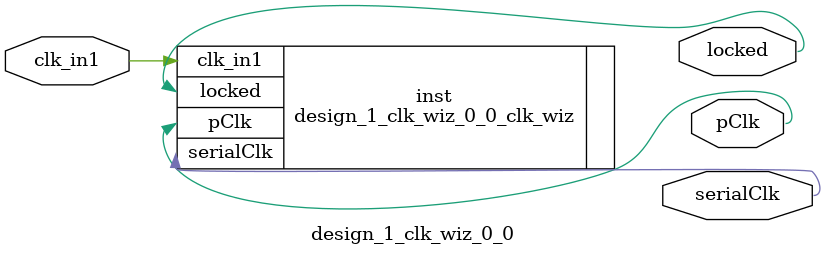
<source format=v>


`timescale 1ps/1ps

(* CORE_GENERATION_INFO = "design_1_clk_wiz_0_0,clk_wiz_v6_0_3_0_0,{component_name=design_1_clk_wiz_0_0,use_phase_alignment=true,use_min_o_jitter=false,use_max_i_jitter=false,use_dyn_phase_shift=false,use_inclk_switchover=false,use_dyn_reconfig=false,enable_axi=0,feedback_source=FDBK_AUTO,PRIMITIVE=MMCM,num_out_clk=2,clkin1_period=20.000,clkin2_period=10.0,use_power_down=false,use_reset=false,use_locked=true,use_inclk_stopped=false,feedback_type=SINGLE,CLOCK_MGR_TYPE=NA,manual_override=false}" *)

module design_1_clk_wiz_0_0 
 (
  // Clock out ports
  output        pClk,
  output        serialClk,
  // Status and control signals
  output        locked,
 // Clock in ports
  input         clk_in1
 );

  design_1_clk_wiz_0_0_clk_wiz inst
  (
  // Clock out ports  
  .pClk(pClk),
  .serialClk(serialClk),
  // Status and control signals               
  .locked(locked),
 // Clock in ports
  .clk_in1(clk_in1)
  );

endmodule

</source>
